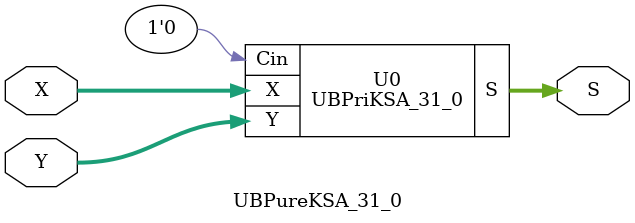
<source format=v>
/*----------------------------------------------------------------------------
  Copyright (c) 2004 Aoki laboratory. All rights reserved.

  Top module: KS_32b

  Operand-1 length: 32
  Operand-2 length: 32
  Two-operand addition algorithm: Kogge-Stone adder
----------------------------------------------------------------------------*/

module GPGenerator(Go, Po, A, B);
  output Go;
  output Po;
  input A;
  input B;
  assign Go = A & B;
  assign Po = A ^ B;
endmodule

module CarryOperator(Go, Po, Gi1, Pi1, Gi2, Pi2);
  output Go;
  output Po;
  input Gi1;
  input Gi2;
  input Pi1;
  input Pi2;
  assign Go = Gi1 | ( Gi2 & Pi1 );
  assign Po = Pi1 & Pi2;
endmodule

module UBPriKSA_31_0(S, X, Y, Cin);
  output [32:0] S;
  input Cin;
  input [31:0] X;
  input [31:0] Y;
  wire [31:0] G0;
  wire [31:0] G1;
  wire [31:0] G2;
  wire [31:0] G3;
  wire [31:0] G4;
  wire [31:0] G5;
  wire [31:0] P0;
  wire [31:0] P1;
  wire [31:0] P2;
  wire [31:0] P3;
  wire [31:0] P4;
  wire [31:0] P5;
  assign P1[0] = P0[0];
  assign G1[0] = G0[0];
  assign P2[0] = P1[0];
  assign G2[0] = G1[0];
  assign P2[1] = P1[1];
  assign G2[1] = G1[1];
  assign P3[0] = P2[0];
  assign G3[0] = G2[0];
  assign P3[1] = P2[1];
  assign G3[1] = G2[1];
  assign P3[2] = P2[2];
  assign G3[2] = G2[2];
  assign P3[3] = P2[3];
  assign G3[3] = G2[3];
  assign P4[0] = P3[0];
  assign G4[0] = G3[0];
  assign P4[1] = P3[1];
  assign G4[1] = G3[1];
  assign P4[2] = P3[2];
  assign G4[2] = G3[2];
  assign P4[3] = P3[3];
  assign G4[3] = G3[3];
  assign P4[4] = P3[4];
  assign G4[4] = G3[4];
  assign P4[5] = P3[5];
  assign G4[5] = G3[5];
  assign P4[6] = P3[6];
  assign G4[6] = G3[6];
  assign P4[7] = P3[7];
  assign G4[7] = G3[7];
  assign P5[0] = P4[0];
  assign G5[0] = G4[0];
  assign P5[1] = P4[1];
  assign G5[1] = G4[1];
  assign P5[2] = P4[2];
  assign G5[2] = G4[2];
  assign P5[3] = P4[3];
  assign G5[3] = G4[3];
  assign P5[4] = P4[4];
  assign G5[4] = G4[4];
  assign P5[5] = P4[5];
  assign G5[5] = G4[5];
  assign P5[6] = P4[6];
  assign G5[6] = G4[6];
  assign P5[7] = P4[7];
  assign G5[7] = G4[7];
  assign P5[8] = P4[8];
  assign G5[8] = G4[8];
  assign P5[9] = P4[9];
  assign G5[9] = G4[9];
  assign P5[10] = P4[10];
  assign G5[10] = G4[10];
  assign P5[11] = P4[11];
  assign G5[11] = G4[11];
  assign P5[12] = P4[12];
  assign G5[12] = G4[12];
  assign P5[13] = P4[13];
  assign G5[13] = G4[13];
  assign P5[14] = P4[14];
  assign G5[14] = G4[14];
  assign P5[15] = P4[15];
  assign G5[15] = G4[15];
  assign S[0] = Cin ^ P0[0];
  assign S[1] = ( G5[0] | ( P5[0] & Cin ) ) ^ P0[1];
  assign S[2] = ( G5[1] | ( P5[1] & Cin ) ) ^ P0[2];
  assign S[3] = ( G5[2] | ( P5[2] & Cin ) ) ^ P0[3];
  assign S[4] = ( G5[3] | ( P5[3] & Cin ) ) ^ P0[4];
  assign S[5] = ( G5[4] | ( P5[4] & Cin ) ) ^ P0[5];
  assign S[6] = ( G5[5] | ( P5[5] & Cin ) ) ^ P0[6];
  assign S[7] = ( G5[6] | ( P5[6] & Cin ) ) ^ P0[7];
  assign S[8] = ( G5[7] | ( P5[7] & Cin ) ) ^ P0[8];
  assign S[9] = ( G5[8] | ( P5[8] & Cin ) ) ^ P0[9];
  assign S[10] = ( G5[9] | ( P5[9] & Cin ) ) ^ P0[10];
  assign S[11] = ( G5[10] | ( P5[10] & Cin ) ) ^ P0[11];
  assign S[12] = ( G5[11] | ( P5[11] & Cin ) ) ^ P0[12];
  assign S[13] = ( G5[12] | ( P5[12] & Cin ) ) ^ P0[13];
  assign S[14] = ( G5[13] | ( P5[13] & Cin ) ) ^ P0[14];
  assign S[15] = ( G5[14] | ( P5[14] & Cin ) ) ^ P0[15];
  assign S[16] = ( G5[15] | ( P5[15] & Cin ) ) ^ P0[16];
  assign S[17] = ( G5[16] | ( P5[16] & Cin ) ) ^ P0[17];
  assign S[18] = ( G5[17] | ( P5[17] & Cin ) ) ^ P0[18];
  assign S[19] = ( G5[18] | ( P5[18] & Cin ) ) ^ P0[19];
  assign S[20] = ( G5[19] | ( P5[19] & Cin ) ) ^ P0[20];
  assign S[21] = ( G5[20] | ( P5[20] & Cin ) ) ^ P0[21];
  assign S[22] = ( G5[21] | ( P5[21] & Cin ) ) ^ P0[22];
  assign S[23] = ( G5[22] | ( P5[22] & Cin ) ) ^ P0[23];
  assign S[24] = ( G5[23] | ( P5[23] & Cin ) ) ^ P0[24];
  assign S[25] = ( G5[24] | ( P5[24] & Cin ) ) ^ P0[25];
  assign S[26] = ( G5[25] | ( P5[25] & Cin ) ) ^ P0[26];
  assign S[27] = ( G5[26] | ( P5[26] & Cin ) ) ^ P0[27];
  assign S[28] = ( G5[27] | ( P5[27] & Cin ) ) ^ P0[28];
  assign S[29] = ( G5[28] | ( P5[28] & Cin ) ) ^ P0[29];
  assign S[30] = ( G5[29] | ( P5[29] & Cin ) ) ^ P0[30];
  assign S[31] = ( G5[30] | ( P5[30] & Cin ) ) ^ P0[31];
  assign S[32] = G5[31] | ( P5[31] & Cin );
  GPGenerator U0 (G0[0], P0[0], X[0], Y[0]);
  GPGenerator U1 (G0[1], P0[1], X[1], Y[1]);
  GPGenerator U2 (G0[2], P0[2], X[2], Y[2]);
  GPGenerator U3 (G0[3], P0[3], X[3], Y[3]);
  GPGenerator U4 (G0[4], P0[4], X[4], Y[4]);
  GPGenerator U5 (G0[5], P0[5], X[5], Y[5]);
  GPGenerator U6 (G0[6], P0[6], X[6], Y[6]);
  GPGenerator U7 (G0[7], P0[7], X[7], Y[7]);
  GPGenerator U8 (G0[8], P0[8], X[8], Y[8]);
  GPGenerator U9 (G0[9], P0[9], X[9], Y[9]);
  GPGenerator U10 (G0[10], P0[10], X[10], Y[10]);
  GPGenerator U11 (G0[11], P0[11], X[11], Y[11]);
  GPGenerator U12 (G0[12], P0[12], X[12], Y[12]);
  GPGenerator U13 (G0[13], P0[13], X[13], Y[13]);
  GPGenerator U14 (G0[14], P0[14], X[14], Y[14]);
  GPGenerator U15 (G0[15], P0[15], X[15], Y[15]);
  GPGenerator U16 (G0[16], P0[16], X[16], Y[16]);
  GPGenerator U17 (G0[17], P0[17], X[17], Y[17]);
  GPGenerator U18 (G0[18], P0[18], X[18], Y[18]);
  GPGenerator U19 (G0[19], P0[19], X[19], Y[19]);
  GPGenerator U20 (G0[20], P0[20], X[20], Y[20]);
  GPGenerator U21 (G0[21], P0[21], X[21], Y[21]);
  GPGenerator U22 (G0[22], P0[22], X[22], Y[22]);
  GPGenerator U23 (G0[23], P0[23], X[23], Y[23]);
  GPGenerator U24 (G0[24], P0[24], X[24], Y[24]);
  GPGenerator U25 (G0[25], P0[25], X[25], Y[25]);
  GPGenerator U26 (G0[26], P0[26], X[26], Y[26]);
  GPGenerator U27 (G0[27], P0[27], X[27], Y[27]);
  GPGenerator U28 (G0[28], P0[28], X[28], Y[28]);
  GPGenerator U29 (G0[29], P0[29], X[29], Y[29]);
  GPGenerator U30 (G0[30], P0[30], X[30], Y[30]);
  GPGenerator U31 (G0[31], P0[31], X[31], Y[31]);
  CarryOperator U32 (G1[1], P1[1], G0[1], P0[1], G0[0], P0[0]);
  CarryOperator U33 (G1[2], P1[2], G0[2], P0[2], G0[1], P0[1]);
  CarryOperator U34 (G1[3], P1[3], G0[3], P0[3], G0[2], P0[2]);
  CarryOperator U35 (G1[4], P1[4], G0[4], P0[4], G0[3], P0[3]);
  CarryOperator U36 (G1[5], P1[5], G0[5], P0[5], G0[4], P0[4]);
  CarryOperator U37 (G1[6], P1[6], G0[6], P0[6], G0[5], P0[5]);
  CarryOperator U38 (G1[7], P1[7], G0[7], P0[7], G0[6], P0[6]);
  CarryOperator U39 (G1[8], P1[8], G0[8], P0[8], G0[7], P0[7]);
  CarryOperator U40 (G1[9], P1[9], G0[9], P0[9], G0[8], P0[8]);
  CarryOperator U41 (G1[10], P1[10], G0[10], P0[10], G0[9], P0[9]);
  CarryOperator U42 (G1[11], P1[11], G0[11], P0[11], G0[10], P0[10]);
  CarryOperator U43 (G1[12], P1[12], G0[12], P0[12], G0[11], P0[11]);
  CarryOperator U44 (G1[13], P1[13], G0[13], P0[13], G0[12], P0[12]);
  CarryOperator U45 (G1[14], P1[14], G0[14], P0[14], G0[13], P0[13]);
  CarryOperator U46 (G1[15], P1[15], G0[15], P0[15], G0[14], P0[14]);
  CarryOperator U47 (G1[16], P1[16], G0[16], P0[16], G0[15], P0[15]);
  CarryOperator U48 (G1[17], P1[17], G0[17], P0[17], G0[16], P0[16]);
  CarryOperator U49 (G1[18], P1[18], G0[18], P0[18], G0[17], P0[17]);
  CarryOperator U50 (G1[19], P1[19], G0[19], P0[19], G0[18], P0[18]);
  CarryOperator U51 (G1[20], P1[20], G0[20], P0[20], G0[19], P0[19]);
  CarryOperator U52 (G1[21], P1[21], G0[21], P0[21], G0[20], P0[20]);
  CarryOperator U53 (G1[22], P1[22], G0[22], P0[22], G0[21], P0[21]);
  CarryOperator U54 (G1[23], P1[23], G0[23], P0[23], G0[22], P0[22]);
  CarryOperator U55 (G1[24], P1[24], G0[24], P0[24], G0[23], P0[23]);
  CarryOperator U56 (G1[25], P1[25], G0[25], P0[25], G0[24], P0[24]);
  CarryOperator U57 (G1[26], P1[26], G0[26], P0[26], G0[25], P0[25]);
  CarryOperator U58 (G1[27], P1[27], G0[27], P0[27], G0[26], P0[26]);
  CarryOperator U59 (G1[28], P1[28], G0[28], P0[28], G0[27], P0[27]);
  CarryOperator U60 (G1[29], P1[29], G0[29], P0[29], G0[28], P0[28]);
  CarryOperator U61 (G1[30], P1[30], G0[30], P0[30], G0[29], P0[29]);
  CarryOperator U62 (G1[31], P1[31], G0[31], P0[31], G0[30], P0[30]);
  CarryOperator U63 (G2[2], P2[2], G1[2], P1[2], G1[0], P1[0]);
  CarryOperator U64 (G2[3], P2[3], G1[3], P1[3], G1[1], P1[1]);
  CarryOperator U65 (G2[4], P2[4], G1[4], P1[4], G1[2], P1[2]);
  CarryOperator U66 (G2[5], P2[5], G1[5], P1[5], G1[3], P1[3]);
  CarryOperator U67 (G2[6], P2[6], G1[6], P1[6], G1[4], P1[4]);
  CarryOperator U68 (G2[7], P2[7], G1[7], P1[7], G1[5], P1[5]);
  CarryOperator U69 (G2[8], P2[8], G1[8], P1[8], G1[6], P1[6]);
  CarryOperator U70 (G2[9], P2[9], G1[9], P1[9], G1[7], P1[7]);
  CarryOperator U71 (G2[10], P2[10], G1[10], P1[10], G1[8], P1[8]);
  CarryOperator U72 (G2[11], P2[11], G1[11], P1[11], G1[9], P1[9]);
  CarryOperator U73 (G2[12], P2[12], G1[12], P1[12], G1[10], P1[10]);
  CarryOperator U74 (G2[13], P2[13], G1[13], P1[13], G1[11], P1[11]);
  CarryOperator U75 (G2[14], P2[14], G1[14], P1[14], G1[12], P1[12]);
  CarryOperator U76 (G2[15], P2[15], G1[15], P1[15], G1[13], P1[13]);
  CarryOperator U77 (G2[16], P2[16], G1[16], P1[16], G1[14], P1[14]);
  CarryOperator U78 (G2[17], P2[17], G1[17], P1[17], G1[15], P1[15]);
  CarryOperator U79 (G2[18], P2[18], G1[18], P1[18], G1[16], P1[16]);
  CarryOperator U80 (G2[19], P2[19], G1[19], P1[19], G1[17], P1[17]);
  CarryOperator U81 (G2[20], P2[20], G1[20], P1[20], G1[18], P1[18]);
  CarryOperator U82 (G2[21], P2[21], G1[21], P1[21], G1[19], P1[19]);
  CarryOperator U83 (G2[22], P2[22], G1[22], P1[22], G1[20], P1[20]);
  CarryOperator U84 (G2[23], P2[23], G1[23], P1[23], G1[21], P1[21]);
  CarryOperator U85 (G2[24], P2[24], G1[24], P1[24], G1[22], P1[22]);
  CarryOperator U86 (G2[25], P2[25], G1[25], P1[25], G1[23], P1[23]);
  CarryOperator U87 (G2[26], P2[26], G1[26], P1[26], G1[24], P1[24]);
  CarryOperator U88 (G2[27], P2[27], G1[27], P1[27], G1[25], P1[25]);
  CarryOperator U89 (G2[28], P2[28], G1[28], P1[28], G1[26], P1[26]);
  CarryOperator U90 (G2[29], P2[29], G1[29], P1[29], G1[27], P1[27]);
  CarryOperator U91 (G2[30], P2[30], G1[30], P1[30], G1[28], P1[28]);
  CarryOperator U92 (G2[31], P2[31], G1[31], P1[31], G1[29], P1[29]);
  CarryOperator U93 (G3[4], P3[4], G2[4], P2[4], G2[0], P2[0]);
  CarryOperator U94 (G3[5], P3[5], G2[5], P2[5], G2[1], P2[1]);
  CarryOperator U95 (G3[6], P3[6], G2[6], P2[6], G2[2], P2[2]);
  CarryOperator U96 (G3[7], P3[7], G2[7], P2[7], G2[3], P2[3]);
  CarryOperator U97 (G3[8], P3[8], G2[8], P2[8], G2[4], P2[4]);
  CarryOperator U98 (G3[9], P3[9], G2[9], P2[9], G2[5], P2[5]);
  CarryOperator U99 (G3[10], P3[10], G2[10], P2[10], G2[6], P2[6]);
  CarryOperator U100 (G3[11], P3[11], G2[11], P2[11], G2[7], P2[7]);
  CarryOperator U101 (G3[12], P3[12], G2[12], P2[12], G2[8], P2[8]);
  CarryOperator U102 (G3[13], P3[13], G2[13], P2[13], G2[9], P2[9]);
  CarryOperator U103 (G3[14], P3[14], G2[14], P2[14], G2[10], P2[10]);
  CarryOperator U104 (G3[15], P3[15], G2[15], P2[15], G2[11], P2[11]);
  CarryOperator U105 (G3[16], P3[16], G2[16], P2[16], G2[12], P2[12]);
  CarryOperator U106 (G3[17], P3[17], G2[17], P2[17], G2[13], P2[13]);
  CarryOperator U107 (G3[18], P3[18], G2[18], P2[18], G2[14], P2[14]);
  CarryOperator U108 (G3[19], P3[19], G2[19], P2[19], G2[15], P2[15]);
  CarryOperator U109 (G3[20], P3[20], G2[20], P2[20], G2[16], P2[16]);
  CarryOperator U110 (G3[21], P3[21], G2[21], P2[21], G2[17], P2[17]);
  CarryOperator U111 (G3[22], P3[22], G2[22], P2[22], G2[18], P2[18]);
  CarryOperator U112 (G3[23], P3[23], G2[23], P2[23], G2[19], P2[19]);
  CarryOperator U113 (G3[24], P3[24], G2[24], P2[24], G2[20], P2[20]);
  CarryOperator U114 (G3[25], P3[25], G2[25], P2[25], G2[21], P2[21]);
  CarryOperator U115 (G3[26], P3[26], G2[26], P2[26], G2[22], P2[22]);
  CarryOperator U116 (G3[27], P3[27], G2[27], P2[27], G2[23], P2[23]);
  CarryOperator U117 (G3[28], P3[28], G2[28], P2[28], G2[24], P2[24]);
  CarryOperator U118 (G3[29], P3[29], G2[29], P2[29], G2[25], P2[25]);
  CarryOperator U119 (G3[30], P3[30], G2[30], P2[30], G2[26], P2[26]);
  CarryOperator U120 (G3[31], P3[31], G2[31], P2[31], G2[27], P2[27]);
  CarryOperator U121 (G4[8], P4[8], G3[8], P3[8], G3[0], P3[0]);
  CarryOperator U122 (G4[9], P4[9], G3[9], P3[9], G3[1], P3[1]);
  CarryOperator U123 (G4[10], P4[10], G3[10], P3[10], G3[2], P3[2]);
  CarryOperator U124 (G4[11], P4[11], G3[11], P3[11], G3[3], P3[3]);
  CarryOperator U125 (G4[12], P4[12], G3[12], P3[12], G3[4], P3[4]);
  CarryOperator U126 (G4[13], P4[13], G3[13], P3[13], G3[5], P3[5]);
  CarryOperator U127 (G4[14], P4[14], G3[14], P3[14], G3[6], P3[6]);
  CarryOperator U128 (G4[15], P4[15], G3[15], P3[15], G3[7], P3[7]);
  CarryOperator U129 (G4[16], P4[16], G3[16], P3[16], G3[8], P3[8]);
  CarryOperator U130 (G4[17], P4[17], G3[17], P3[17], G3[9], P3[9]);
  CarryOperator U131 (G4[18], P4[18], G3[18], P3[18], G3[10], P3[10]);
  CarryOperator U132 (G4[19], P4[19], G3[19], P3[19], G3[11], P3[11]);
  CarryOperator U133 (G4[20], P4[20], G3[20], P3[20], G3[12], P3[12]);
  CarryOperator U134 (G4[21], P4[21], G3[21], P3[21], G3[13], P3[13]);
  CarryOperator U135 (G4[22], P4[22], G3[22], P3[22], G3[14], P3[14]);
  CarryOperator U136 (G4[23], P4[23], G3[23], P3[23], G3[15], P3[15]);
  CarryOperator U137 (G4[24], P4[24], G3[24], P3[24], G3[16], P3[16]);
  CarryOperator U138 (G4[25], P4[25], G3[25], P3[25], G3[17], P3[17]);
  CarryOperator U139 (G4[26], P4[26], G3[26], P3[26], G3[18], P3[18]);
  CarryOperator U140 (G4[27], P4[27], G3[27], P3[27], G3[19], P3[19]);
  CarryOperator U141 (G4[28], P4[28], G3[28], P3[28], G3[20], P3[20]);
  CarryOperator U142 (G4[29], P4[29], G3[29], P3[29], G3[21], P3[21]);
  CarryOperator U143 (G4[30], P4[30], G3[30], P3[30], G3[22], P3[22]);
  CarryOperator U144 (G4[31], P4[31], G3[31], P3[31], G3[23], P3[23]);
  CarryOperator U145 (G5[16], P5[16], G4[16], P4[16], G4[0], P4[0]);
  CarryOperator U146 (G5[17], P5[17], G4[17], P4[17], G4[1], P4[1]);
  CarryOperator U147 (G5[18], P5[18], G4[18], P4[18], G4[2], P4[2]);
  CarryOperator U148 (G5[19], P5[19], G4[19], P4[19], G4[3], P4[3]);
  CarryOperator U149 (G5[20], P5[20], G4[20], P4[20], G4[4], P4[4]);
  CarryOperator U150 (G5[21], P5[21], G4[21], P4[21], G4[5], P4[5]);
  CarryOperator U151 (G5[22], P5[22], G4[22], P4[22], G4[6], P4[6]);
  CarryOperator U152 (G5[23], P5[23], G4[23], P4[23], G4[7], P4[7]);
  CarryOperator U153 (G5[24], P5[24], G4[24], P4[24], G4[8], P4[8]);
  CarryOperator U154 (G5[25], P5[25], G4[25], P4[25], G4[9], P4[9]);
  CarryOperator U155 (G5[26], P5[26], G4[26], P4[26], G4[10], P4[10]);
  CarryOperator U156 (G5[27], P5[27], G4[27], P4[27], G4[11], P4[11]);
  CarryOperator U157 (G5[28], P5[28], G4[28], P4[28], G4[12], P4[12]);
  CarryOperator U158 (G5[29], P5[29], G4[29], P4[29], G4[13], P4[13]);
  CarryOperator U159 (G5[30], P5[30], G4[30], P4[30], G4[14], P4[14]);
  CarryOperator U160 (G5[31], P5[31], G4[31], P4[31], G4[15], P4[15]);
endmodule

module UBZero_0_0(O);
  output [0:0] O;
  assign O[0] = 0;
endmodule

module KS_32b (X, Y, S);
  output [32:0] S;
  input [31:0] X;
  input [31:0] Y;
  UBPureKSA_31_0 U0 (S[32:0], X[31:0], Y[31:0]);
endmodule

module UBPureKSA_31_0 (S, X, Y);
  output [32:0] S;
  input [31:0] X;
  input [31:0] Y;
  wire C;
  UBPriKSA_31_0 U0 (S, X, Y, 1'b0);
  //UBZero_0_0 U1 (C);
endmodule


</source>
